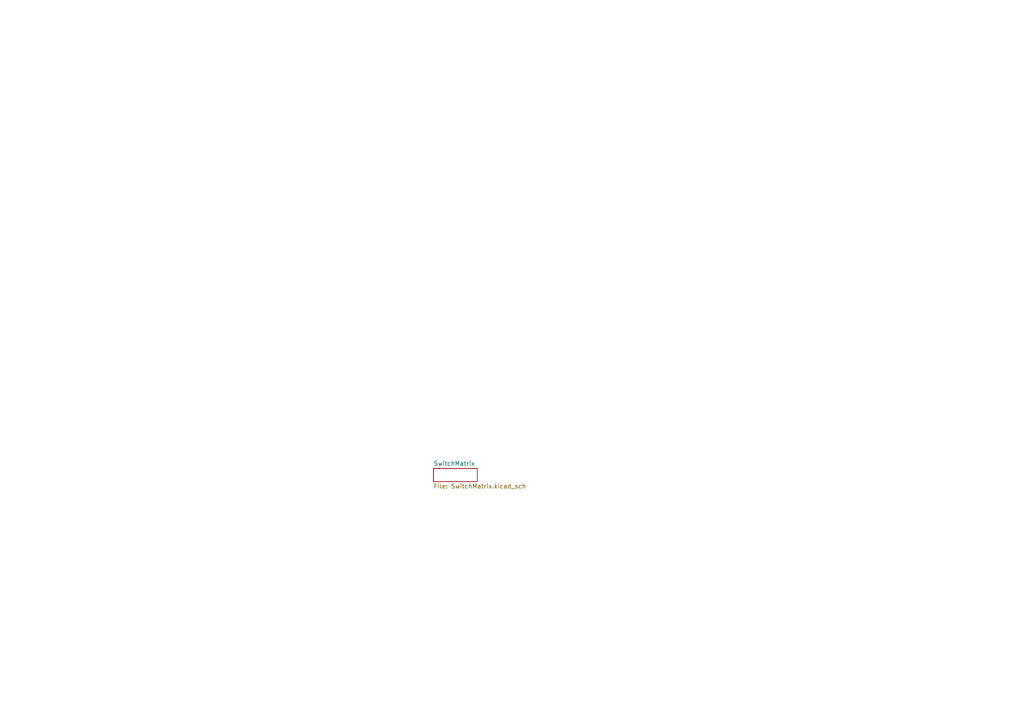
<source format=kicad_sch>
(kicad_sch
	(version 20231120)
	(generator "eeschema")
	(generator_version "8.0")
	(uuid "3b2971b5-2a05-48c5-857b-d7162aa250a8")
	(paper "A4")
	(lib_symbols)
	(sheet
		(at 125.73 135.89)
		(size 12.7 3.81)
		(fields_autoplaced yes)
		(stroke
			(width 0.1524)
			(type solid)
		)
		(fill
			(color 0 0 0 0.0000)
		)
		(uuid "746ebd3f-3a71-420b-b44f-d3b0a5086107")
		(property "Sheetname" "SwitchMatrix"
			(at 125.73 135.1784 0)
			(effects
				(font
					(size 1.27 1.27)
				)
				(justify left bottom)
			)
		)
		(property "Sheetfile" "SwitchMatrix.kicad_sch"
			(at 125.73 140.2846 0)
			(effects
				(font
					(size 1.27 1.27)
				)
				(justify left top)
			)
		)
		(instances
			(project "wolf75"
				(path "/3b2971b5-2a05-48c5-857b-d7162aa250a8"
					(page "2")
				)
			)
		)
	)
	(sheet_instances
		(path "/"
			(page "1")
		)
	)
)

</source>
